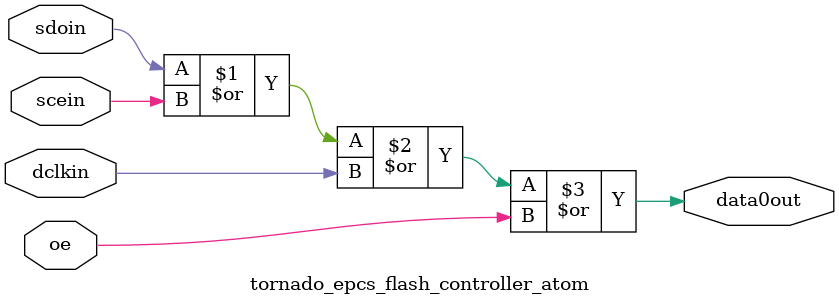
<source format=v>
module tornado_epcs_flash_controller_atom (
                                             dclkin,
                                             oe,
                                             scein,
                                             sdoin,
                                             data0out
                                          )
;
  output           data0out;
  input            dclkin;
  input            oe;
  input            scein;
  input            sdoin;
  wire             data0out;
  assign data0out = sdoin | scein | dclkin | oe;
endmodule
</source>
